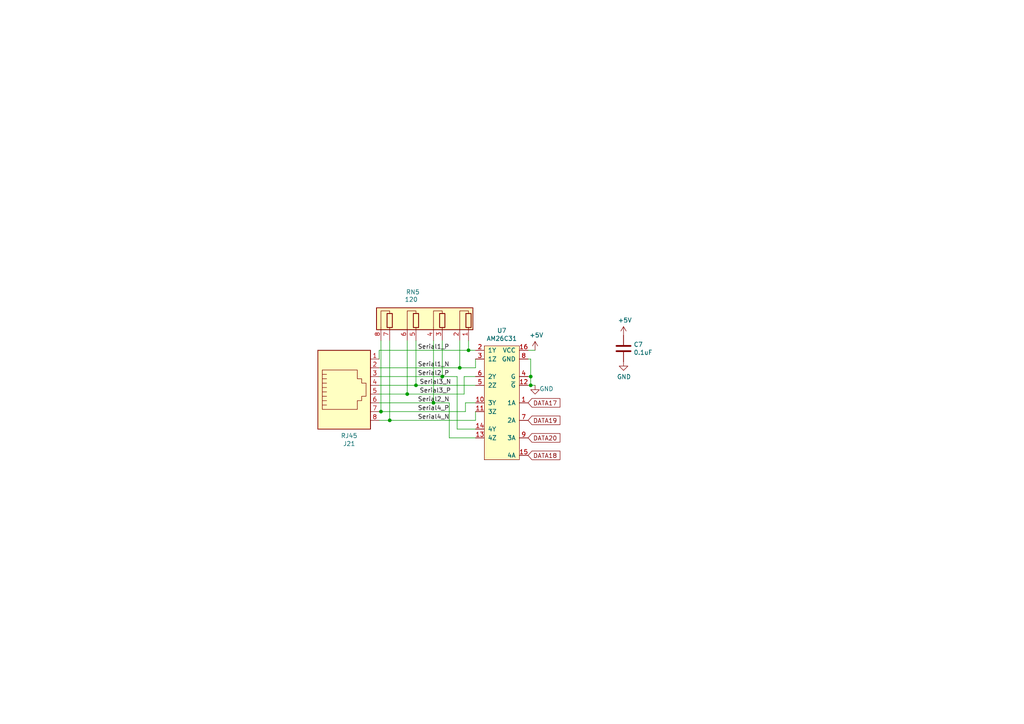
<source format=kicad_sch>
(kicad_sch (version 20211123) (generator eeschema)
  (paper "A4")
  (title_block (title "BBB 16") (date "2023-02-02") (rev "v2.3") (company "Scott Hanson"))
  (lib_symbols
    (symbol "AM26C31:AM26C31" (pin_names (offset 1.016))
      (property "Reference" "IC" (at -5.08 17.78 0))
      (property "Value" "AM26C31" (at -5.08 -17.78 0))
      (symbol "AM26C31_0_0"
        (pin input line (at -7.62 0 0) (length 2.54) (name "1A") (number "1"))
        (pin output line (at 7.62 0 180) (length 2.54) (name "3Y") (number "10"))
        (pin output line (at 7.62 -2.54 180) (length 2.54) (name "3Z") (number "11"))
        (pin input line (at -7.62 5.08 0) (length 2.54) (name "~{G}") (number "12"))
        (pin output line (at 7.62 -10.16 180) (length 2.54) (name "4Z") (number "13"))
        (pin output line (at 7.62 -7.62 180) (length 2.54) (name "4Y") (number "14"))
        (pin input line (at -7.62 -15.24 0) (length 2.54) (name "4A") (number "15"))
        (pin power_in line (at -7.62 15.24 0) (length 2.54) (name "VCC") (number "16"))
        (pin output line (at 7.62 15.24 180) (length 2.54) (name "1Y") (number "2"))
        (pin output line (at 7.62 12.7 180) (length 2.54) (name "1Z") (number "3"))
        (pin input line (at -7.62 7.62 0) (length 2.54) (name "G") (number "4"))
        (pin output line (at 7.62 5.08 180) (length 2.54) (name "2Z") (number "5"))
        (pin output line (at 7.62 7.62 180) (length 2.54) (name "2Y") (number "6"))
        (pin input line (at -7.62 -5.08 0) (length 2.54) (name "2A") (number "7"))
        (pin power_in line (at -7.62 12.7 0) (length 2.54) (name "GND") (number "8"))
        (pin input line (at -7.62 -10.16 0) (length 2.54) (name "3A") (number "9"))
      )
      (symbol "AM26C31_0_1"
        (rectangle (start -5.08 16.51) (end 5.08 -16.51) (fill (type background)))
      )
    )
    (symbol "Connector:RJ45" (pin_names (offset 1.016))
      (property "Reference" "J" (at -5.08 13.97 0))
      (property "Value" "RJ45" (at 2.54 13.97 0))
      (symbol "RJ45_0_1"
        (polyline (pts (xy -5.08 4.445) (xy -6.35 4.445)))
        (polyline (pts (xy -5.08 5.715) (xy -6.35 5.715)))
        (polyline (pts (xy -6.35 -3.175) (xy -5.08 -3.175) (xy -5.08 -3.175)))
        (polyline (pts (xy -6.35 -1.905) (xy -5.08 -1.905) (xy -5.08 -1.905)))
        (polyline (pts (xy -6.35 -0.635) (xy -5.08 -0.635) (xy -5.08 -0.635)))
        (polyline (pts (xy -6.35 0.635) (xy -5.08 0.635) (xy -5.08 0.635)))
        (polyline (pts (xy -6.35 1.905) (xy -5.08 1.905) (xy -5.08 1.905)))
        (polyline (pts (xy -5.08 3.175) (xy -6.35 3.175) (xy -6.35 3.175)))
        (polyline (pts (xy -6.35 -4.445) (xy -6.35 6.985) (xy 3.81 6.985) (xy 3.81 4.445) (xy 5.08 4.445) (xy 5.08 3.175) (xy 6.35 3.175) (xy 6.35 -0.635) (xy 5.08 -0.635) (xy 5.08 -1.905) (xy 3.81 -1.905) (xy 3.81 -4.445) (xy -6.35 -4.445) (xy -6.35 -4.445)))
        (rectangle (start 7.62 12.7) (end -7.62 -10.16) (stroke (width 0.254)) (fill (type background)))
      )
      (symbol "RJ45_1_1"
        (pin passive line (at 10.16 -7.62 180) (length 2.54) (name "~") (number "1"))
        (pin passive line (at 10.16 -5.08 180) (length 2.54) (name "~") (number "2"))
        (pin passive line (at 10.16 -2.54 180) (length 2.54) (name "~") (number "3"))
        (pin passive line (at 10.16 0 180) (length 2.54) (name "~") (number "4"))
        (pin passive line (at 10.16 2.54 180) (length 2.54) (name "~") (number "5"))
        (pin passive line (at 10.16 5.08 180) (length 2.54) (name "~") (number "6"))
        (pin passive line (at 10.16 7.62 180) (length 2.54) (name "~") (number "7"))
        (pin passive line (at 10.16 10.16 180) (length 2.54) (name "~") (number "8"))
      )
    )
    (symbol "Device:C" (pin_numbers hide) (pin_names (offset 0.254))
      (property "Reference" "C" (at 0.635 2.54 0))
      (property "Value" "C" (at 0.635 -2.54 0))
      (symbol "C_0_1"
        (polyline (pts (xy -2.032 -0.762) (xy 2.032 -0.762)) (stroke (width 0.508)))
        (polyline (pts (xy -2.032 0.762) (xy 2.032 0.762)) (stroke (width 0.508)))
      )
      (symbol "C_1_1"
        (pin passive line (at 0 3.81 270) (length 2.794) (name "~") (number "1"))
        (pin passive line (at 0 -3.81 90) (length 2.794) (name "~") (number "2"))
      )
    )
    (symbol "Device:R_Pack04_SIP" (pin_names (offset 0) hide)
      (property "Reference" "RN" (at -15.24 0 90))
      (property "Value" "R_Pack04_SIP" (at 15.24 0 90))
      (symbol "R_Pack04_SIP_0_1"
        (rectangle (start -13.97 -1.905) (end 13.97 4.445) (stroke (width 0.254)) (fill (type background)))
        (rectangle (start -13.462 2.794) (end -11.938 -1.27) (stroke (width 0.254)))
        (rectangle (start -5.842 2.794) (end -4.318 -1.27) (stroke (width 0.254)))
        (polyline (pts (xy -12.7 2.794) (xy -12.7 3.556) (xy -10.16 3.556) (xy -10.16 -1.27)))
        (polyline (pts (xy -5.08 2.794) (xy -5.08 3.556) (xy -2.54 3.556) (xy -2.54 -1.27)))
        (polyline (pts (xy 2.54 2.794) (xy 2.54 3.556) (xy 5.08 3.556) (xy 5.08 -1.27)))
        (polyline (pts (xy 10.16 2.794) (xy 10.16 3.556) (xy 12.7 3.556) (xy 12.7 -1.27)))
        (rectangle (start 1.778 2.794) (end 3.302 -1.27) (stroke (width 0.254)))
        (rectangle (start 9.398 2.794) (end 10.922 -1.27) (stroke (width 0.254)))
      )
      (symbol "R_Pack04_SIP_1_1"
        (pin passive line (at -12.7 -5.08 90) (length 3.81) (name "R1.1") (number "1"))
        (pin passive line (at -10.16 -5.08 90) (length 3.81) (name "R1.2") (number "2"))
        (pin passive line (at -5.08 -5.08 90) (length 3.81) (name "R2.1") (number "3"))
        (pin passive line (at -2.54 -5.08 90) (length 3.81) (name "R2.2") (number "4"))
        (pin passive line (at 2.54 -5.08 90) (length 3.81) (name "R3.1") (number "5"))
        (pin passive line (at 5.08 -5.08 90) (length 3.81) (name "R3.2") (number "6"))
        (pin passive line (at 10.16 -5.08 90) (length 3.81) (name "R4.1") (number "7"))
        (pin passive line (at 12.7 -5.08 90) (length 3.81) (name "R4.2") (number "8"))
      )
    )
    (symbol "power:+5V" (power) (pin_names (offset 0))
      (property "Value" "+5V" (at 0 3.556 0))
      (symbol "+5V_0_1"
        (polyline (pts (xy -0.762 1.27) (xy 0 2.54)))
        (polyline (pts (xy 0 0) (xy 0 2.54)))
        (polyline (pts (xy 0 2.54) (xy 0.762 1.27)))
      )
      (symbol "+5V_1_1"
        (pin power_in line (at 0 0 90) (length 0) hide (name "+5V") (number "1"))
      )
    )
    (symbol "power:GND" (power) (pin_names (offset 0))
      (property "Value" "GND" (at 0 -3.81 0))
      (symbol "GND_0_1"
        (polyline (pts (xy 0 0) (xy 0 -1.27) (xy 1.27 -1.27) (xy 0 -2.54) (xy -1.27 -1.27) (xy 0 -1.27)))
      )
      (symbol "GND_1_1"
        (pin power_in line (at 0 0 270) (length 0) hide (name "GND") (number "1"))
      )
    )
  )
  (junction (at 125.73 116.84))
  (junction (at 110.49 119.38))
  (junction (at 135.89 101.6))
  (junction (at 153.924 111.76))
  (junction (at 128.27 109.22))
  (junction (at 153.924 109.22))
  (junction (at 118.11 114.3))
  (junction (at 120.65 111.76))
  (junction (at 133.35 106.68))
  (junction (at 113.03 121.92))
  (wire (pts (xy 120.65 111.76) (xy 137.922 111.76)))
  (wire (pts (xy 110.49 119.38) (xy 135.001 119.38)))
  (wire (pts (xy 118.11 98.806) (xy 118.11 114.3)))
  (wire (pts (xy 109.982 101.6) (xy 109.982 104.14)))
  (wire (pts (xy 113.03 121.92) (xy 109.982 121.92)))
  (wire (pts (xy 153.924 104.14) (xy 153.924 109.22)))
  (wire (pts (xy 125.73 98.806) (xy 125.73 116.84)))
  (wire (pts (xy 137.922 119.38) (xy 137.922 121.92)))
  (wire (pts (xy 109.982 101.6) (xy 135.89 101.6)))
  (wire (pts (xy 109.982 119.38) (xy 110.49 119.38)))
  (wire (pts (xy 153.162 101.6) (xy 155.194 101.6)))
  (wire (pts (xy 109.982 109.22) (xy 128.27 109.22)))
  (wire (pts (xy 153.162 104.14) (xy 153.924 104.14)))
  (wire (pts (xy 133.35 106.68) (xy 137.922 106.68)))
  (wire (pts (xy 125.73 116.84) (xy 130.302 116.84)))
  (wire (pts (xy 132.588 109.22) (xy 132.588 124.46)))
  (wire (pts (xy 137.922 106.68) (xy 137.922 104.14)))
  (wire (pts (xy 137.922 101.6) (xy 135.89 101.6)))
  (wire (pts (xy 120.65 98.806) (xy 120.65 111.76)))
  (wire (pts (xy 133.35 98.806) (xy 133.35 106.68)))
  (wire (pts (xy 132.588 124.46) (xy 137.922 124.46)))
  (wire (pts (xy 137.922 109.22) (xy 134.62 109.22)))
  (wire (pts (xy 109.982 106.68) (xy 133.35 106.68)))
  (wire (pts (xy 153.924 111.76) (xy 153.162 111.76)))
  (wire (pts (xy 110.49 98.806) (xy 110.49 119.38)))
  (wire (pts (xy 128.27 98.806) (xy 128.27 109.22)))
  (wire (pts (xy 134.62 114.3) (xy 134.62 109.22)))
  (wire (pts (xy 109.982 116.84) (xy 125.73 116.84)))
  (wire (pts (xy 128.27 109.22) (xy 132.588 109.22)))
  (wire (pts (xy 153.924 109.22) (xy 153.924 111.76)))
  (wire (pts (xy 135.001 116.84) (xy 137.922 116.84)))
  (wire (pts (xy 109.982 114.3) (xy 118.11 114.3)))
  (wire (pts (xy 118.11 114.3) (xy 134.62 114.3)))
  (wire (pts (xy 130.302 116.84) (xy 130.302 127)))
  (wire (pts (xy 135.89 98.806) (xy 135.89 101.6)))
  (wire (pts (xy 109.982 111.76) (xy 120.65 111.76)))
  (wire (pts (xy 155.194 111.76) (xy 153.924 111.76)))
  (wire (pts (xy 135.001 119.38) (xy 135.001 116.84)))
  (wire (pts (xy 113.03 98.806) (xy 113.03 121.92)))
  (wire (pts (xy 153.162 109.22) (xy 153.924 109.22)))
  (wire (pts (xy 130.302 127) (xy 137.922 127)))
  (wire (pts (xy 137.922 121.92) (xy 113.03 121.92)))
  (label "Serial1_P" (at 121.158 101.6 0))
  (label "Serial3_N" (at 121.666 111.76 0))
  (label "Serial2_P" (at 121.158 109.22 0))
  (label "Serial2_N" (at 121.158 116.84 0))
  (label "Serial4_N" (at 121.158 121.92 0))
  (label "Serial1_N" (at 121.158 106.68 0))
  (label "Serial4_P" (at 121.158 119.38 0))
  (label "Serial3_P" (at 121.666 114.3 0))
  (global_label "DATA19" (shape input) (at 153.162 121.92 0) (property "Intersheet References" "${INTERSHEET_REFS}" (effects hide)))
  (global_label "DATA18" (shape input) (at 153.162 132.08 0) (property "Intersheet References" "${INTERSHEET_REFS}" (effects hide)))
  (global_label "DATA20" (shape input) (at 153.162 127 0) (property "Intersheet References" "${INTERSHEET_REFS}" (effects hide)))
  (global_label "DATA17" (shape input) (at 153.162 116.84 0) (property "Intersheet References" "${INTERSHEET_REFS}" (effects hide)))
  (symbol (lib_id "Device:C") (at 180.848 101.092 0) (unit 1)
    (property "Reference" "C7" (at 183.769 99.9236 0) (effects (justify left)))
    (property "Value" "0.1uF" (at 183.769 102.235 0) (effects (justify left)))
    (property "Footprint" "Capacitor_THT:C_Rect_L7.0mm_W2.0mm_P5.00mm" (effects hide))
    (property "Digi-Key_PN" "478-7336-1-ND" (effects hide))
    (property "MPN" "SR215C104KARTR1" (effects hide))
  )
  (symbol (lib_id "Connector:RJ45") (at 99.822 111.76 0) (mirror x) (unit 1)
    (property "Reference" "J21" (at 101.2698 128.7018 0))
    (property "Value" "RJ45" (at 101.2698 126.3904 0))
    (property "Footprint" "Connector_RJ:RJ45_Amphenol_54602-x08_Horizontal" (effects hide))
    (property "Digi-Key_PN" "AE10392-ND" (effects hide))
    (property "MPN" "A-2014-2-4-R" (effects hide))
  )
  (symbol (lib_id "AM26C31:AM26C31") (at 145.542 116.84 0) (mirror y) (unit 1)
    (property "Reference" "U7" (at 145.542 95.885 0))
    (property "Value" "AM26C31" (at 145.542 98.1964 0))
    (property "Footprint" "Package_DIP:DIP-16_W7.62mm" (effects hide))
    (property "Datasheet" "http://www.ti.com.cn/cn/lit/ds/symlink/am26c31.pdf" (effects hide))
    (property "Farnell" "4975637" (effects hide))
    (property "Digikey PN" "296-6785-5-ND" (effects hide))
    (property "Digi-Key_PN" "296-6785-5-ND" (effects hide))
  )
  (symbol (lib_id "Device:R_Pack04_SIP") (at 123.19 93.726 0) (mirror y) (unit 1)
    (property "Reference" "RN5" (at 117.729 84.709 0) (effects (justify right)))
    (property "Value" "120" (at 117.348 86.868 0) (effects (justify right)))
    (property "Footprint" "Resistor_THT:R_Array_SIP8" (effects hide))
    (property "Datasheet" "http://www.vishay.com/docs/31509/csc.pdf" (effects hide))
    (property "Digikey PN" "4608X-2-121LF-ND" (effects hide))
    (property "Digi-Key_PN" "4608X-2-121LF-ND" (effects hide))
  )
  (symbol (lib_id "power:+5V") (at 180.848 97.282 0) (unit 1)
    (property "Reference" "#PWR045" (effects hide))
    (property "Value" "+5V" (at 181.229 92.8878 0))
  )
  (symbol (lib_id "power:+5V") (at 155.194 101.6 0) (unit 1)
    (property "Reference" "#PWR07" (effects hide))
    (property "Value" "+5V" (at 155.575 97.2058 0))
  )
  (symbol (lib_id "power:GND") (at 155.194 111.76 0) (unit 1)
    (property "Reference" "#PWR043" (effects hide))
    (property "Value" "GND" (at 158.496 112.776 0))
  )
  (symbol (lib_id "power:GND") (at 180.848 104.902 0) (unit 1)
    (property "Reference" "#PWR046" (effects hide))
    (property "Value" "GND" (at 180.975 109.2962 0))
  )
)
</source>
